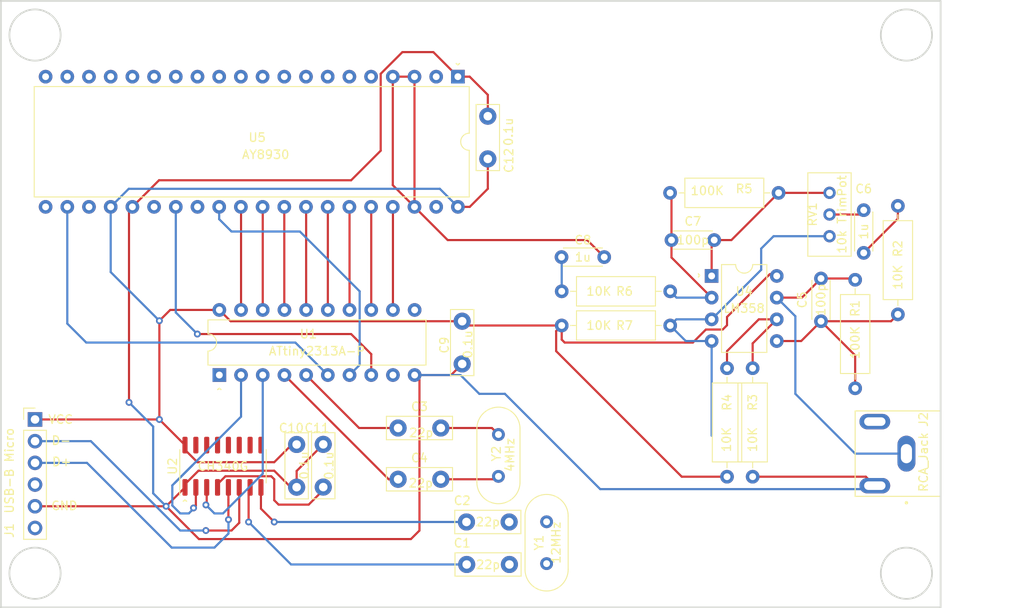
<source format=kicad_pcb>
(kicad_pcb (version 20211014) (generator pcbnew)
  (layers (0 "F.Cu" signal) (31 "B.Cu" signal) (34 "B.Paste" user) (35 "F.Paste" user) (36 "B.SilkS" user "B.Silkscreen") (37 "F.SilkS" user "F.Silkscreen") (38 "B.Mask" user) (39 "F.Mask" user) (44 "Edge.Cuts" user))
  (net 0 "")
  (net 1 "Net-(C1-Pad1)")
  (net 2 "Net-(C1-Pad2)")
  (net 3 "Net-(C2-Pad1)")
  (net 4 "Net-(C2-Pad2)")
  (net 5 "Net-(C3-Pad1)")
  (net 6 "Net-(C3-Pad2)")
  (net 7 "Net-(C4-Pad1)")
  (net 8 "Net-(C4-Pad2)")
  (net 9 "Net-(C5-Pad1)")
  (net 10 "Net-(C5-Pad2)")
  (net 11 "Net-(C6-Pad1)")
  (net 12 "Net-(C6-Pad2)")
  (net 13 "Net-(C7-Pad1)")
  (net 14 "Net-(C7-Pad2)")
  (net 15 "Net-(C8-Pad1)")
  (net 16 "Net-(C8-Pad2)")
  (net 17 "VCC")
  (net 18 "GND")
  (net 19 "Net-(C11-Pad1)")
  (net 20 "Net-(J1-Pad2)")
  (net 21 "Net-(J1-Pad3)")
  (net 23 "Net-(R3-Pad1)")
  (net 25 "/RX")
  (net 26 "/TX")
  (net 27 "/CLK")
  (net 28 "/ChSel")
  (net 31 "/D0")
  (net 32 "/D1")
  (net 33 "/D2")
  (net 34 "/D3")
  (net 35 "/D4")
  (net 36 "/D5")
  (net 37 "/D6")
  (net 38 "/D7")
  (net 70 "Net-(U1-Pad8)")
  (footprint "Resistor_THT:R_Axial_DIN0309_L9.0mm_D3.2mm_P12.70mm_Horizontal" (layer "F.Cu") (at 139.35 117 180)
    (fp_text reference "R7" (at 5.35 0) (layer "F.SilkS"))
    (fp_text value "10K" (at 8.35 0) (layer "F.SilkS"))
    (pad "1" thru_hole circle (at 0 0 180) (size 1.6 1.6) (drill 0.8) (layers *.Cu *.Mask) (net 18 "GND"))
    (pad "2" thru_hole oval (at 12.7 0 180) (size 1.6 1.6) (drill 0.8) (layers *.Cu *.Mask) (net 17 "VCC"))
  )
  (footprint "Capacitor_THT:C_Disc_D7.5mm_W2.5mm_P5.00mm" (layer "F.Cu") (at 98.738175 135.914494 90)
    (fp_text reference "C11" (at 6.914494 -0.738175 180) (layer "F.SilkS"))
    (fp_text value "0.1u" (at 2.507975 0.679209 90) (layer "F.SilkS"))
    (pad "1" thru_hole circle (at 0 0 90) (size 2 2) (drill 1) (layers *.Cu *.Mask) (net 19 "Net-(C11-Pad1)"))
    (pad "2" thru_hole circle (at 5 0 90) (size 2 2) (drill 1) (layers *.Cu *.Mask) (net 18 "GND"))
  )
  (footprint "Capacitor_THT:C_Disc_D7.5mm_W2.5mm_P5.00mm" (layer "F.Cu") (at 115.5 140)
    (fp_text reference "C2" (at -0.5 -2.5) (layer "F.SilkS"))
    (fp_text value "22p" (at 2.5 0) (layer "F.SilkS"))
    (pad "1" thru_hole circle (at 0 0) (size 2 2) (drill 1) (layers *.Cu *.Mask) (net 3 "Net-(C2-Pad1)"))
    (pad "2" thru_hole circle (at 5 0) (size 2 2) (drill 1) (layers *.Cu *.Mask) (net 4 "Net-(C2-Pad2)"))
  )
  (footprint "Crystal:Crystal_HC18-U_Vertical" (layer "F.Cu") (at 124.881247 139.975817 -90)
    (fp_text reference "Y1" (at 2.45 0.881247 90) (layer "F.SilkS"))
    (fp_text value "12MHz" (at 2.45 -1.118753 90) (layer "F.SilkS"))
    (pad "1" thru_hole circle (at 0 0 270) (size 1.5 1.5) (drill 0.8) (layers *.Cu *.Mask) (net 4 "Net-(C2-Pad2)"))
    (pad "2" thru_hole circle (at 4.9 0 270) (size 1.5 1.5) (drill 0.8) (layers *.Cu *.Mask) (net 2 "Net-(C1-Pad2)"))
  )
  (footprint "Resistor_THT:R_Axial_DIN0309_L9.0mm_D3.2mm_P12.70mm_Horizontal" (layer "F.Cu") (at 166 103 -90)
    (fp_text reference "R2" (at 5 0 90) (layer "F.SilkS"))
    (fp_text value "10K" (at 8.35 0 90) (layer "F.SilkS"))
    (pad "1" thru_hole circle (at 0 0 270) (size 1.6 1.6) (drill 0.8) (layers *.Cu *.Mask) (net 11 "Net-(C6-Pad1)"))
    (pad "2" thru_hole oval (at 12.7 0 270) (size 1.6 1.6) (drill 0.8) (layers *.Cu *.Mask) (net 9 "Net-(C5-Pad1)"))
  )
  (footprint "Resistor_THT:R_Axial_DIN0309_L9.0mm_D3.2mm_P12.70mm_Horizontal" (layer "F.Cu") (at 146 122 -90)
    (fp_text reference "R4" (at 4 0 90) (layer "F.SilkS"))
    (fp_text value "10K" (at 8.35 0.05 90) (layer "F.SilkS"))
    (pad "1" thru_hole circle (at 0 0 270) (size 1.6 1.6) (drill 0.8) (layers *.Cu *.Mask) (net 23 "Net-(R3-Pad1)"))
    (pad "2" thru_hole oval (at 12.7 0 270) (size 1.6 1.6) (drill 0.8) (layers *.Cu *.Mask) (net 17 "VCC"))
  )
  (footprint "Capacitor_THT:C_Disc_D7.5mm_W2.5mm_P5.00mm" (layer "F.Cu") (at 95.623186 130.927054 -90)
    (fp_text reference "C10" (at -1.927054 0.623186 180) (layer "F.SilkS"))
    (fp_text value "0.1u" (at 2.454469 -0.896912 90) (layer "F.SilkS"))
    (pad "1" thru_hole circle (at 0 0 270) (size 2 2) (drill 1) (layers *.Cu *.Mask) (net 17 "VCC"))
    (pad "2" thru_hole circle (at 5 0 270) (size 2 2) (drill 1) (layers *.Cu *.Mask) (net 18 "GND"))
  )
  (footprint "Capacitor_THT:C_Disc_D7.5mm_W2.5mm_P5.00mm" (layer "F.Cu") (at 115 116.5 -90)
    (fp_text reference "C9" (at 2.79995 2.087143 90) (layer "F.SilkS"))
    (fp_text value "0.1u" (at 2.715167 -0.668303 90) (layer "F.SilkS"))
    (pad "1" thru_hole circle (at 0 0 270) (size 2 2) (drill 1) (layers *.Cu *.Mask) (net 17 "VCC"))
    (pad "2" thru_hole circle (at 5 0 270) (size 2 2) (drill 1) (layers *.Cu *.Mask) (net 18 "GND"))
  )
  (footprint "Package_SO:SOIC-16_3.9x9.9mm_P1.27mm" (layer "F.Cu") (at 87 133.475 90)
    (fp_text reference "U2" (at 0 -5.9 90) (layer "F.SilkS"))
    (fp_text value "CH340G" (at 0 0 180) (layer "F.SilkS"))
    (pad "1" smd roundrect (at -2.475 -4.445 90) (size 1.95 0.6) (layers "F.Cu" "F.Paste" "F.Mask") (net 18 "GND"))
    (pad "2" smd roundrect (at -2.475 -3.175 90) (size 1.95 0.6) (layers "F.Cu" "F.Paste" "F.Mask") (net 25 "/RX"))
    (pad "3" smd roundrect (at -2.475 -1.905 90) (size 1.95 0.6) (layers "F.Cu" "F.Paste" "F.Mask") (net 26 "/TX"))
    (pad "4" smd roundrect (at -2.475 -0.635 90) (size 1.95 0.6) (layers "F.Cu" "F.Paste" "F.Mask") (net 19 "Net-(C11-Pad1)"))
    (pad "5" smd roundrect (at -2.475 0.635 90) (size 1.95 0.6) (layers "F.Cu" "F.Paste" "F.Mask") (net 21 "Net-(J1-Pad3)"))
    (pad "6" smd roundrect (at -2.475 1.905 90) (size 1.95 0.6) (layers "F.Cu" "F.Paste" "F.Mask") (net 20 "Net-(J1-Pad2)"))
    (pad "7" smd roundrect (at -2.475 3.175 90) (size 1.95 0.6) (layers "F.Cu" "F.Paste" "F.Mask") (net 1 "Net-(C1-Pad1)"))
    (pad "8" smd roundrect (at -2.475 4.445 90) (size 1.95 0.6) (layers "F.Cu" "F.Paste" "F.Mask") (net 3 "Net-(C2-Pad1)"))
    (pad "9" smd roundrect (at 2.475 4.445 90) (size 1.95 0.6) (layers "F.Cu" "F.Paste" "F.Mask"))
    (pad "10" smd roundrect (at 2.475 3.175 90) (size 1.95 0.6) (layers "F.Cu" "F.Paste" "F.Mask"))
    (pad "11" smd roundrect (at 2.475 1.905 90) (size 1.95 0.6) (layers "F.Cu" "F.Paste" "F.Mask"))
    (pad "12" smd roundrect (at 2.475 0.635 90) (size 1.95 0.6) (layers "F.Cu" "F.Paste" "F.Mask"))
    (pad "13" smd roundrect (at 2.475 -0.635 90) (size 1.95 0.6) (layers "F.Cu" "F.Paste" "F.Mask"))
    (pad "14" smd roundrect (at 2.475 -1.905 90) (size 1.95 0.6) (layers "F.Cu" "F.Paste" "F.Mask"))
    (pad "15" smd roundrect (at 2.475 -3.175 90) (size 1.95 0.6) (layers "F.Cu" "F.Paste" "F.Mask"))
    (pad "16" smd roundrect (at 2.475 -4.445 90) (size 1.95 0.6) (layers "F.Cu" "F.Paste" "F.Mask") (net 17 "VCC"))
  )
  (footprint "Capacitor_THT:C_Disc_D7.5mm_W2.5mm_P5.00mm" (layer "F.Cu") (at 118 97.5 90)
    (fp_text reference "C12" (at -0.184684 2.468501 90) (layer "F.SilkS"))
    (fp_text value "0.1u" (at 3.164244 2.426109 90) (layer "F.SilkS"))
    (pad "1" thru_hole circle (at 0 0 90) (size 2 2) (drill 1) (layers *.Cu *.Mask) (net 17 "VCC"))
    (pad "2" thru_hole circle (at 5 0 90) (size 2 2) (drill 1) (layers *.Cu *.Mask) (net 18 "GND"))
  )
  (footprint "Capacitor_THT:C_Disc_D7.5mm_W2.5mm_P5.00mm" (layer "F.Cu") (at 107.5 135)
    (fp_text reference "C4" (at 2.5 -2.5) (layer "F.SilkS"))
    (fp_text value "22p" (at 2.65741 0.451105) (layer "F.SilkS"))
    (pad "1" thru_hole circle (at 0 0) (size 2 2) (drill 1) (layers *.Cu *.Mask) (net 7 "Net-(C4-Pad1)"))
    (pad "2" thru_hole circle (at 5 0) (size 2 2) (drill 1) (layers *.Cu *.Mask) (net 8 "Net-(C4-Pad2)"))
  )
  (footprint "Capacitor_THT:C_Disc_D7.5mm_W2.5mm_P5.00mm" (layer "F.Cu") (at 107.5 129)
    (fp_text reference "C3" (at 2.5 -2.5) (layer "F.SilkS"))
    (fp_text value "22p" (at 2.699802 0.558689) (layer "F.SilkS"))
    (pad "1" thru_hole circle (at 0 0) (size 2 2) (drill 1) (layers *.Cu *.Mask) (net 5 "Net-(C3-Pad1)"))
    (pad "2" thru_hole circle (at 5 0) (size 2 2) (drill 1) (layers *.Cu *.Mask) (net 6 "Net-(C3-Pad2)"))
  )
  (footprint "Capacitor_THT:C_Disc_D4.3mm_W1.9mm_P5.00mm" (layer "F.Cu") (at 131.627174 108.992399 180)
    (fp_text reference "C8" (at 2.5 1.992399) (layer "F.SilkS"))
    (fp_text value "1u" (at 2.5 -0.007601) (layer "F.SilkS"))
    (pad "1" thru_hole circle (at 0 0 180) (size 1.6 1.6) (drill 0.8) (layers *.Cu *.Mask) (net 15 "Net-(C8-Pad1)"))
    (pad "2" thru_hole circle (at 5 0 180) (size 1.6 1.6) (drill 0.8) (layers *.Cu *.Mask) (net 16 "Net-(C8-Pad2)"))
  )
  (footprint "rca:SWITCHCRAFT_PJRAN1X1U04X" (layer "F.Cu") (at 167 132 90)
    (fp_text reference "J2" (at 4 2 90) (layer "F.SilkS"))
    (fp_text value "RCA_Jack" (at -1 2 90) (layer "F.SilkS"))
    (pad "1" thru_hole oval (at 0 0 90) (size 4.2 2.1) (drill oval 2.25 1.3) (layers *.Cu *.Mask) (net 10 "Net-(C5-Pad2)"))
    (pad "2" thru_hole oval (at -3.75 -3.7 90) (size 1.8 3.6) (drill oval 1 2.5) (layers *.Cu *.Mask) (net 18 "GND"))
    (pad "3" thru_hole oval (at 3.75 -3.7 90) (size 1.8 3.6) (drill oval 1 2.5) (layers *.Cu *.Mask))
  )
  (footprint "Package_DIP:DIP-8_W7.62mm" (layer "F.Cu") (at 144.2 111.2)
    (fp_text reference "U4" (at 3.81 1.8) (layer "F.SilkS"))
    (fp_text value "LM358" (at 3.8 3.8) (layer "F.SilkS"))
    (pad "1" thru_hole rect (at 0 0) (size 1.6 1.6) (drill 0.8) (layers *.Cu *.Mask) (net 14 "Net-(C7-Pad2)"))
    (pad "2" thru_hole oval (at 0 2.54) (size 1.6 1.6) (drill 0.8) (layers *.Cu *.Mask) (net 13 "Net-(C7-Pad1)"))
    (pad "3" thru_hole oval (at 0 5.08) (size 1.6 1.6) (drill 0.8) (layers *.Cu *.Mask) (net 18 "GND"))
    (pad "4" thru_hole oval (at 0 7.62) (size 1.6 1.6) (drill 0.8) (layers *.Cu *.Mask) (net 18 "GND"))
    (pad "5" thru_hole oval (at 7.62 7.62) (size 1.6 1.6) (drill 0.8) (layers *.Cu *.Mask) (net 9 "Net-(C5-Pad1)"))
    (pad "6" thru_hole oval (at 7.62 5.08) (size 1.6 1.6) (drill 0.8) (layers *.Cu *.Mask) (net 23 "Net-(R3-Pad1)"))
    (pad "7" thru_hole oval (at 7.62 2.54) (size 1.6 1.6) (drill 0.8) (layers *.Cu *.Mask) (net 10 "Net-(C5-Pad2)"))
    (pad "8" thru_hole oval (at 7.62 0) (size 1.6 1.6) (drill 0.8) (layers *.Cu *.Mask) (net 17 "VCC"))
  )
  (footprint "Capacitor_THT:C_Disc_D4.3mm_W1.9mm_P5.00mm" (layer "F.Cu") (at 162 108.5 90)
    (fp_text reference "C6" (at 7.5 0 180) (layer "F.SilkS"))
    (fp_text value "1u" (at 2.5 0 90) (layer "F.SilkS"))
    (pad "1" thru_hole circle (at 0 0 90) (size 1.6 1.6) (drill 0.8) (layers *.Cu *.Mask) (net 11 "Net-(C6-Pad1)"))
    (pad "2" thru_hole circle (at 5 0 90) (size 1.6 1.6) (drill 0.8) (layers *.Cu *.Mask) (net 12 "Net-(C6-Pad2)"))
  )
  (footprint "Capacitor_THT:C_Disc_D7.5mm_W2.5mm_P5.00mm" (layer "F.Cu") (at 115.528261 144.973934)
    (fp_text reference "C1" (at -0.528261 -2.5) (layer "F.SilkS"))
    (fp_text value "22p" (at 2.5 0.026066) (layer "F.SilkS"))
    (pad "1" thru_hole circle (at 0 0) (size 2 2) (drill 1) (layers *.Cu *.Mask) (net 1 "Net-(C1-Pad1)"))
    (pad "2" thru_hole circle (at 5 0) (size 2 2) (drill 1) (layers *.Cu *.Mask) (net 2 "Net-(C1-Pad2)"))
  )
  (footprint "Capacitor_THT:C_Disc_D4.3mm_W1.9mm_P5.00mm" (layer "F.Cu") (at 139.5 107)
    (fp_text reference "C7" (at 2.5 -2.2) (layer "F.SilkS"))
    (fp_text value "100p" (at 2.5 0) (layer "F.SilkS"))
    (pad "1" thru_hole circle (at 0 0) (size 1.6 1.6) (drill 0.8) (layers *.Cu *.Mask) (net 13 "Net-(C7-Pad1)"))
    (pad "2" thru_hole circle (at 5 0) (size 1.6 1.6) (drill 0.8) (layers *.Cu *.Mask) (net 14 "Net-(C7-Pad2)"))
  )
  (footprint "Package_DIP:DIP-40_W15.24mm" (layer "F.Cu") (at 114.497161 87.873315 -90)
    (fp_text reference "U5" (at 7.126685 23.497161 180) (layer "F.SilkS"))
    (fp_text value "AY8930" (at 9.126685 22.497161 180) (layer "F.SilkS"))
    (pad "1" thru_hole rect (at 0 0 270) (size 1.6 1.6) (drill 0.8) (layers *.Cu *.Mask) (net 18 "GND"))
    (pad "2" thru_hole oval (at 0 2.54 270) (size 1.6 1.6) (drill 0.8) (layers *.Cu *.Mask))
    (pad "3" thru_hole oval (at 0 5.08 270) (size 1.6 1.6) (drill 0.8) (layers *.Cu *.Mask) (net 15 "Net-(C8-Pad1)"))
    (pad "4" thru_hole oval (at 0 7.62 270) (size 1.6 1.6) (drill 0.8) (layers *.Cu *.Mask) (net 15 "Net-(C8-Pad1)"))
    (pad "5" thru_hole oval (at 0 10.16 270) (size 1.6 1.6) (drill 0.8) (layers *.Cu *.Mask))
    (pad "6" thru_hole oval (at 0 12.7 270) (size 1.6 1.6) (drill 0.8) (layers *.Cu *.Mask))
    (pad "7" thru_hole oval (at 0 15.24 270) (size 1.6 1.6) (drill 0.8) (layers *.Cu *.Mask))
    (pad "8" thru_hole oval (at 0 17.78 270) (size 1.6 1.6) (drill 0.8) (layers *.Cu *.Mask))
    (pad "9" thru_hole oval (at 0 20.32 270) (size 1.6 1.6) (drill 0.8) (layers *.Cu *.Mask))
    (pad "10" thru_hole oval (at 0 22.86 270) (size 1.6 1.6) (drill 0.8) (layers *.Cu *.Mask))
    (pad "11" thru_hole oval (at 0 25.4 270) (size 1.6 1.6) (drill 0.8) (layers *.Cu *.Mask))
    (pad "12" thru_hole oval (at 0 27.94 270) (size 1.6 1.6) (drill 0.8) (layers *.Cu *.Mask))
    (pad "13" thru_hole oval (at 0 30.48 270) (size 1.6 1.6) (drill 0.8) (layers *.Cu *.Mask))
    (pad "14" thru_hole oval (at 0 33.02 270) (size 1.6 1.6) (drill 0.8) (layers *.Cu *.Mask))
    (pad "15" thru_hole oval (at 0 35.56 270) (size 1.6 1.6) (drill 0.8) (layers *.Cu *.Mask))
    (pad "16" thru_hole oval (at 0 38.1 270) (size 1.6 1.6) (drill 0.8) (layers *.Cu *.Mask))
    (pad "17" thru_hole oval (at 0 40.64 270) (size 1.6 1.6) (drill 0.8) (layers *.Cu *.Mask))
    (pad "18" thru_hole oval (at 0 43.18 270) (size 1.6 1.6) (drill 0.8) (layers *.Cu *.Mask))
    (pad "19" thru_hole oval (at 0 45.72 270) (size 1.6 1.6) (drill 0.8) (layers *.Cu *.Mask))
    (pad "20" thru_hole oval (at 0 48.26 270) (size 1.6 1.6) (drill 0.8) (layers *.Cu *.Mask))
    (pad "21" thru_hole oval (at 15.24 48.26 270) (size 1.6 1.6) (drill 0.8) (layers *.Cu *.Mask))
    (pad "22" thru_hole oval (at 15.24 45.72 270) (size 1.6 1.6) (drill 0.8) (layers *.Cu *.Mask) (net 27 "/CLK"))
    (pad "23" thru_hole oval (at 15.24 43.18 270) (size 1.6 1.6) (drill 0.8) (layers *.Cu *.Mask))
    (pad "24" thru_hole oval (at 15.24 40.64 270) (size 1.6 1.6) (drill 0.8) (layers *.Cu *.Mask) (net 17 "VCC"))
    (pad "25" thru_hole oval (at 15.24 38.1 270) (size 1.6 1.6) (drill 0.8) (layers *.Cu *.Mask) (net 18 "GND"))
    (pad "26" thru_hole oval (at 15.24 35.56 270) (size 1.6 1.6) (drill 0.8) (layers *.Cu *.Mask))
    (pad "27" thru_hole oval (at 15.24 33.02 270) (size 1.6 1.6) (drill 0.8) (layers *.Cu *.Mask) (net 70 "Net-(U1-Pad8)"))
    (pad "28" thru_hole oval (at 15.24 30.48 270) (size 1.6 1.6) (drill 0.8) (layers *.Cu *.Mask))
    (pad "29" thru_hole oval (at 15.24 27.94 270) (size 1.6 1.6) (drill 0.8) (layers *.Cu *.Mask) (net 28 "/ChSel"))
    (pad "30" thru_hole oval (at 15.24 25.4 270) (size 1.6 1.6) (drill 0.8) (layers *.Cu *.Mask) (net 38 "/D7"))
    (pad "31" thru_hole oval (at 15.24 22.86 270) (size 1.6 1.6) (drill 0.8) (layers *.Cu *.Mask) (net 37 "/D6"))
    (pad "32" thru_hole oval (at 15.24 20.32 270) (size 1.6 1.6) (drill 0.8) (layers *.Cu *.Mask) (net 36 "/D5"))
    (pad "33" thru_hole oval (at 15.24 17.78 270) (size 1.6 1.6) (drill 0.8) (layers *.Cu *.Mask) (net 35 "/D4"))
    (pad "34" thru_hole oval (at 15.24 15.24 270) (size 1.6 1.6) (drill 0.8) (layers *.Cu *.Mask) (net 34 "/D3"))
    (pad "35" thru_hole oval (at 15.24 12.7 270) (size 1.6 1.6) (drill 0.8) (layers *.Cu *.Mask) (net 33 "/D2"))
    (pad "36" thru_hole oval (at 15.24 10.16 270) (size 1.6 1.6) (drill 0.8) (layers *.Cu *.Mask) (net 32 "/D1"))
    (pad "37" thru_hole oval (at 15.24 7.62 270) (size 1.6 1.6) (drill 0.8) (layers *.Cu *.Mask) (net 31 "/D0"))
    (pad "38" thru_hole oval (at 15.24 5.08 270) (size 1.6 1.6) (drill 0.8) (layers *.Cu *.Mask) (net 15 "Net-(C8-Pad1)"))
    (pad "39" thru_hole oval (at 15.24 2.54 270) (size 1.6 1.6) (drill 0.8) (layers *.Cu *.Mask))
    (pad "40" thru_hole oval (at 15.24 0 270) (size 1.6 1.6) (drill 0.8) (layers *.Cu *.Mask) (net 17 "VCC"))
  )
  (footprint "Package_DIP:DIP-20_W7.62mm" (layer "F.Cu") (at 86.575 122.8 90)
    (fp_text reference "U1" (at 4.8 10.425 180) (layer "F.SilkS"))
    (fp_text value "ATtiny2313A-P" (at 2.8 11.425 180) (layer "F.SilkS"))
    (pad "1" thru_hole rect (at 0 0 90) (size 1.6 1.6) (drill 0.8) (layers *.Cu *.Mask))
    (pad "2" thru_hole oval (at 0 2.54 90) (size 1.6 1.6) (drill 0.8) (layers *.Cu *.Mask) (net 25 "/RX"))
    (pad "3" thru_hole oval (at 0 5.08 90) (size 1.6 1.6) (drill 0.8) (layers *.Cu *.Mask) (net 26 "/TX"))
    (pad "4" thru_hole oval (at 0 7.62 90) (size 1.6 1.6) (drill 0.8) (layers *.Cu *.Mask) (net 7 "Net-(C4-Pad1)"))
    (pad "5" thru_hole oval (at 0 10.16 90) (size 1.6 1.6) (drill 0.8) (layers *.Cu *.Mask) (net 5 "Net-(C3-Pad1)"))
    (pad "6" thru_hole oval (at 0 12.7 90) (size 1.6 1.6) (drill 0.8) (layers *.Cu *.Mask) (net 27 "/CLK"))
    (pad "7" thru_hole oval (at 0 15.24 90) (size 1.6 1.6) (drill 0.8) (layers *.Cu *.Mask) (net 28 "/ChSel"))
    (pad "8" thru_hole oval (at 0 17.78 90) (size 1.6 1.6) (drill 0.8) (layers *.Cu *.Mask) (net 70 "Net-(U1-Pad8)"))
    (pad "9" thru_hole oval (at 0 20.32 90) (size 1.6 1.6) (drill 0.8) (layers *.Cu *.Mask))
    (pad "10" thru_hole oval (at 0 22.86 90) (size 1.6 1.6) (drill 0.8) (layers *.Cu *.Mask) (net 18 "GND"))
    (pad "11" thru_hole oval (at 7.62 22.86 90) (size 1.6 1.6) (drill 0.8) (layers *.Cu *.Mask))
    (pad "12" thru_hole oval (at 7.62 20.32 90) (size 1.6 1.6) (drill 0.8) (layers *.Cu *.Mask) (net 31 "/D0"))
    (pad "13" thru_hole oval (at 7.62 17.78 90) (size 1.6 1.6) (drill 0.8) (layers *.Cu *.Mask) (net 32 "/D1"))
    (pad "14" thru_hole oval (at 7.62 15.24 90) (size 1.6 1.6) (drill 0.8) (layers *.Cu *.Mask) (net 33 "/D2"))
    (pad "15" thru_hole oval (at 7.62 12.7 90) (size 1.6 1.6) (drill 0.8) (layers *.Cu *.Mask) (net 34 "/D3"))
    (pad "16" thru_hole oval (at 7.62 10.16 90) (size 1.6 1.6) (drill 0.8) (layers *.Cu *.Mask) (net 35 "/D4"))
    (pad "17" thru_hole oval (at 7.62 7.62 90) (size 1.6 1.6) (drill 0.8) (layers *.Cu *.Mask) (net 36 "/D5"))
    (pad "18" thru_hole oval (at 7.62 5.08 90) (size 1.6 1.6) (drill 0.8) (layers *.Cu *.Mask) (net 37 "/D6"))
    (pad "19" thru_hole oval (at 7.62 2.54 90) (size 1.6 1.6) (drill 0.8) (layers *.Cu *.Mask) (net 38 "/D7"))
    (pad "20" thru_hole oval (at 7.62 0 90) (size 1.6 1.6) (drill 0.8) (layers *.Cu *.Mask) (net 17 "VCC"))
  )
  (footprint "Potentiometer_THT:Potentiometer_Bourns_3296W_Vertical" (layer "F.Cu") (at 158 106.55 -90)
    (fp_text reference "RV1" (at -2.55 2 90) (layer "F.SilkS"))
    (fp_text value "10k TrimPot" (at -2.552196 -1.456565 90) (layer "F.SilkS"))
    (pad "1" thru_hole circle (at 0 0 270) (size 1.44 1.44) (drill 0.8) (layers *.Cu *.Mask) (net 18 "GND"))
    (pad "2" thru_hole circle (at -2.54 0 270) (size 1.44 1.44) (drill 0.8) (layers *.Cu *.Mask) (net 12 "Net-(C6-Pad2)"))
    (pad "3" thru_hole circle (at -5.08 0 270) (size 1.44 1.44) (drill 0.8) (layers *.Cu *.Mask) (net 14 "Net-(C7-Pad2)"))
  )
  (footprint "Resistor_THT:R_Axial_DIN0309_L9.0mm_D3.2mm_P12.70mm_Horizontal" (layer "F.Cu") (at 152.034848 101.477116 180)
    (fp_text reference "R5" (at 4.034848 0.477116) (layer "F.SilkS"))
    (fp_text value "100K" (at 8.35 0.25) (layer "F.SilkS"))
    (pad "1" thru_hole circle (at 0 0 180) (size 1.6 1.6) (drill 0.8) (layers *.Cu *.Mask) (net 14 "Net-(C7-Pad2)"))
    (pad "2" thru_hole oval (at 12.7 0 180) (size 1.6 1.6) (drill 0.8) (layers *.Cu *.Mask) (net 13 "Net-(C7-Pad1)"))
  )
  (footprint "Capacitor_THT:C_Disc_D4.3mm_W1.9mm_P5.00mm" (layer "F.Cu") (at 157 116.5 90)
    (fp_text reference "C5" (at 2.5 -2.2 90) (layer "F.SilkS"))
    (fp_text value "100p" (at 2.5 0 90) (layer "F.SilkS"))
    (pad "1" thru_hole circle (at 0 0 90) (size 1.6 1.6) (drill 0.8) (layers *.Cu *.Mask) (net 9 "Net-(C5-Pad1)"))
    (pad "2" thru_hole circle (at 5 0 90) (size 1.6 1.6) (drill 0.8) (layers *.Cu *.Mask) (net 10 "Net-(C5-Pad2)"))
  )
  (footprint "Resistor_THT:R_Axial_DIN0309_L9.0mm_D3.2mm_P12.70mm_Horizontal" (layer "F.Cu") (at 149 122 -90)
    (fp_text reference "R3" (at 4 0 90) (layer "F.SilkS"))
    (fp_text value "10K" (at 8.35 0 90) (layer "F.SilkS"))
    (pad "1" thru_hole circle (at 0 0 270) (size 1.6 1.6) (drill 0.8) (layers *.Cu *.Mask) (net 23 "Net-(R3-Pad1)"))
    (pad "2" thru_hole oval (at 12.7 0 270) (size 1.6 1.6) (drill 0.8) (layers *.Cu *.Mask) (net 18 "GND"))
  )
  (footprint "Resistor_THT:R_Axial_DIN0309_L9.0mm_D3.2mm_P12.70mm_Horizontal" (layer "F.Cu") (at 161 111.65 -90)
    (fp_text reference "R1" (at 3.35 0 90) (layer "F.SilkS"))
    (fp_text value "100K" (at 7.35 0 90) (layer "F.SilkS"))
    (pad "1" thru_hole circle (at 0 0 270) (size 1.6 1.6) (drill 0.8) (layers *.Cu *.Mask) (net 10 "Net-(C5-Pad2)"))
    (pad "2" thru_hole oval (at 12.7 0 270) (size 1.6 1.6) (drill 0.8) (layers *.Cu *.Mask) (net 9 "Net-(C5-Pad1)"))
  )
  (footprint "Connector_PinHeader_2.54mm:PinHeader_1x06_P2.54mm_Vertical" (layer "F.Cu") (at 65 128)
    (fp_text reference "J1" (at -3 13 90) (layer "F.SilkS"))
    (fp_text value "USB-B Micro" (at -3 6 90) (layer "F.SilkS"))
    (pad "1" thru_hole rect (at 0 0) (size 1.7 1.7) (drill 1) (layers *.Cu *.Mask) (net 17 "VCC"))
    (pad "2" thru_hole oval (at 0 2.54) (size 1.7 1.7) (drill 1) (layers *.Cu *.Mask) (net 20 "Net-(J1-Pad2)"))
    (pad "3" thru_hole oval (at 0 5.08) (size 1.7 1.7) (drill 1) (layers *.Cu *.Mask) (net 21 "Net-(J1-Pad3)"))
    (pad "4" thru_hole oval (at 0 7.62) (size 1.7 1.7) (drill 1) (layers *.Cu *.Mask))
    (pad "5" thru_hole oval (at 0 10.16) (size 1.7 1.7) (drill 1) (layers *.Cu *.Mask) (net 18 "GND"))
    (pad "6" thru_hole oval (at 0 12.7) (size 1.7 1.7) (drill 1) (layers *.Cu *.Mask))
  )
  (footprint "Crystal:Crystal_HC18-U_Vertical" (layer "F.Cu") (at 119.243907 134.660219 90)
    (fp_text reference "Y2" (at 2.660219 -0.243907 90) (layer "F.SilkS"))
    (fp_text value "4MHz" (at 2.504249 1.345773 90) (layer "F.SilkS"))
    (pad "1" thru_hole circle (at 0 0 90) (size 1.5 1.5) (drill 0.8) (layers *.Cu *.Mask) (net 8 "Net-(C4-Pad2)"))
    (pad "2" thru_hole circle (at 4.9 0 90) (size 1.5 1.5) (drill 0.8) (layers *.Cu *.Mask) (net 6 "Net-(C3-Pad2)"))
  )
  (footprint "Resistor_THT:R_Axial_DIN0309_L9.0mm_D3.2mm_P12.70mm_Horizontal" (layer "F.Cu") (at 139.35 113 180)
    (fp_text reference "R6" (at 5.35 0) (layer "F.SilkS"))
    (fp_text value "10K" (at 8.35 0) (layer "F.SilkS"))
    (pad "1" thru_hole circle (at 0 0 180) (size 1.6 1.6) (drill 0.8) (layers *.Cu *.Mask) (net 13 "Net-(C7-Pad1)"))
    (pad "2" thru_hole oval (at 12.7 0 180) (size 1.6 1.6) (drill 0.8) (layers *.Cu *.Mask) (net 16 "Net-(C8-Pad2)"))
  )
  (gr_circle (center 167 83) (end 170 83) (layer "Edge.Cuts") (width 0.2) (fill none))
  (gr_circle (center 167 146) (end 170 146) (layer "Edge.Cuts") (width 0.2) (fill none))
  (gr_circle (center 65 83) (end 68 83) (layer "Edge.Cuts") (width 0.2) (fill none))
  (gr_rect (start 61 79) (end 171 150) (layer "Edge.Cuts") (width 0.2) (fill none))
  (gr_circle (center 65 146) (end 68 146) (layer "Edge.Cuts") (width 0.2) (fill none))
  (gr_text "^" (at 82.547824 138.02173) (layer "F.SilkS") (effects (font (size 1 1))))
  (gr_text "^" (at 142.195741 111.141359 270) (layer "F.SilkS") (effects (font (size 1 1))))
  (gr_text "D+" (at 68.126049 132.956538) (layer "F.SilkS") (effects (font (size 1 1))))
  (gr_text "GND" (at 68.43692 138.100038) (layer "F.SilkS") (effects (font (size 1 1))))
  (gr_text "^" (at 86.57175 124.947758) (layer "F.SilkS") (effects (font (size 1 1))))
  (gr_text "VCC" (at 68 128) (layer "F.SilkS") (effects (font (size 1 1))))
  (gr_text "D-" (at 68.069527 130.469571) (layer "F.SilkS") (effects (font (size 1 1))))
  (gr_text "^" (at 114.493607 85.891071 180) (layer "F.SilkS") (effects (font (size 1 1))))
  (segment (start 90 140) (end 90 136.125) (width 0.25) (layer "F.Cu") (net 1))
  (segment (start 90 136.125) (end 90.175 135.95) (width 0.25) (layer "F.Cu") (net 1))
  (via (at 90 140) (size 0.8) (drill 0.4) (layers "F.Cu" "B.Cu") (net 1))
  (segment (start 94.973934 144.973934) (end 115.528261 144.973934) (width 0.25) (layer "B.Cu") (net 1))
  (segment (start 90 140) (end 94.973934 144.973934) (width 0.25) (layer "B.Cu") (net 1))
  (segment (start 124.852403 144.904661) (end 124.881247 144.875817) (width 0.25) (layer "F.Cu") (net 2))
  (segment (start 93 140) (end 91.445 138.445) (width 0.25) (layer "F.Cu") (net 3))
  (segment (start 91.445 138.445) (end 91.445 135.95) (width 0.25) (layer "F.Cu") (net 3))
  (via (at 93 140) (size 0.8) (drill 0.4) (layers "F.Cu" "B.Cu") (net 3))
  (segment (start 93 140) (end 115.5 140) (width 0.25) (layer "B.Cu") (net 3))
  (segment (start 124.8648 139.992264) (end 124.881247 139.975817) (width 0.25) (layer "F.Cu") (net 4))
  (segment (start 102.935 129) (end 96.735 122.8) (width 0.25) (layer "F.Cu") (net 5))
  (segment (start 107.5 129) (end 102.935 129) (width 0.25) (layer "F.Cu") (net 5))
  (segment (start 118.483688 129) (end 112.5 129) (width 0.25) (layer "F.Cu") (net 6))
  (segment (start 119.243907 129.760219) (end 118.483688 129) (width 0.25) (layer "F.Cu") (net 6))
  (segment (start 107.5 135) (end 106.395 135) (width 0.25) (layer "F.Cu") (net 7))
  (segment (start 106.395 135) (end 94.195 122.8) (width 0.25) (layer "F.Cu") (net 7))
  (segment (start 118.904126 135) (end 119.243907 134.660219) (width 0.25) (layer "F.Cu") (net 8))
  (segment (start 112.5 135) (end 118.904126 135) (width 0.25) (layer "F.Cu") (net 8))
  (segment (start 119.243907 134.660219) (end 119 134.904126) (width 0.25) (layer "F.Cu") (net 8))
  (segment (start 119 134.904126) (end 119 135) (width 0.25) (layer "F.Cu") (net 8))
  (segment (start 154.68 118.82) (end 157 116.5) (width 0.25) (layer "F.Cu") (net 9))
  (segment (start 157 116.5) (end 161 120.5) (width 0.25) (layer "F.Cu") (net 9))
  (segment (start 165.200001 116.499999) (end 166 115.7) (width 0.25) (layer "F.Cu") (net 9))
  (segment (start 161 120.5) (end 161 124.35) (width 0.25) (layer "F.Cu") (net 9))
  (segment (start 151.82 118.82) (end 154.68 118.82) (width 0.25) (layer "F.Cu") (net 9))
  (segment (start 157 116.5) (end 165.200001 116.499999) (width 0.25) (layer "F.Cu") (net 9))
  (segment (start 154.76 113.74) (end 157 111.5) (width 0.25) (layer "F.Cu") (net 10))
  (segment (start 151.82 113.74) (end 154.76 113.74) (width 0.25) (layer "F.Cu") (net 10))
  (segment (start 160.85 111.5) (end 161 111.65) (width 0.25) (layer "F.Cu") (net 10))
  (segment (start 157 111.5) (end 160.85 111.5) (width 0.25) (layer "F.Cu") (net 10))
  (segment (start 154 115.92) (end 151.82 113.74) (width 0.25) (layer "B.Cu") (net 10))
  (segment (start 167 132) (end 161 132) (width 0.25) (layer "B.Cu") (net 10))
  (segment (start 154 125) (end 154 115.92) (width 0.25) (layer "B.Cu") (net 10))
  (segment (start 161 132) (end 154 125) (width 0.25) (layer "B.Cu") (net 10))
  (segment (start 166 104.5) (end 166 103) (width 0.25) (layer "F.Cu") (net 11))
  (segment (start 162 108.5) (end 166 104.5) (width 0.25) (layer "F.Cu") (net 11))
  (segment (start 158 104.01) (end 161.49 104.01) (width 0.25) (layer "F.Cu") (net 12))
  (segment (start 161.49 104.01) (end 162 103.5) (width 0.25) (layer "F.Cu") (net 12))
  (segment (start 139.5 109.04) (end 139.5 107) (width 0.25) (layer "F.Cu") (net 13))
  (segment (start 139.5 107) (end 139.5 101.642268) (width 0.25) (layer "F.Cu") (net 13))
  (segment (start 139.5 101.642268) (end 139.334848 101.477116) (width 0.25) (layer "F.Cu") (net 13))
  (segment (start 144.2 113.74) (end 139.5 109.04) (width 0.25) (layer "F.Cu") (net 13))
  (segment (start 140.09 113.74) (end 139.35 113) (width 0.25) (layer "B.Cu") (net 13))
  (segment (start 144.2 113.74) (end 140.09 113.74) (width 0.25) (layer "B.Cu") (net 13))
  (segment (start 144.5 107) (end 146.511964 107) (width 0.25) (layer "F.Cu") (net 14))
  (segment (start 146.511964 107) (end 152.034848 101.477116) (width 0.25) (layer "F.Cu") (net 14))
  (segment (start 144.2 111.2) (end 144.2 107.3) (width 0.25) (layer "F.Cu") (net 14))
  (segment (start 152.034848 101.477116) (end 157.992884 101.477116) (width 0.25) (layer "F.Cu") (net 14))
  (segment (start 157.992884 101.477116) (end 158 101.47) (width 0.25) (layer "F.Cu") (net 14))
  (segment (start 144.2 107.3) (end 144.5 107) (width 0.25) (layer "F.Cu") (net 14))
  (segment (start 106.877161 87.873315) (end 109.417161 87.873315) (width 0.25) (layer "F.Cu") (net 15))
  (segment (start 106.877161 100.573315) (end 109.417161 103.113315) (width 0.25) (layer "F.Cu") (net 15))
  (segment (start 129.634775 107) (end 131.627174 108.992399) (width 0.25) (layer "F.Cu") (net 15))
  (segment (start 113.303846 107) (end 129.634775 107) (width 0.25) (layer "F.Cu") (net 15))
  (segment (start 109.417161 103.113315) (end 113.303846 107) (width 0.25) (layer "F.Cu") (net 15))
  (segment (start 106.877161 87.873315) (end 106.877161 100.573315) (width 0.25) (layer "F.Cu") (net 15))
  (segment (start 109.417161 103.113315) (end 109.417161 87.873315) (width 0.25) (layer "F.Cu") (net 15))
  (segment (start 126.65 113) (end 126.65 109.015225) (width 0.25) (layer "B.Cu") (net 16))
  (segment (start 126.65 109.015225) (end 126.627174 108.992399) (width 0.25) (layer "B.Cu") (net 16))
  (segment (start 86.575 115.18) (end 87.895 116.5) (width 0.25) (layer "F.Cu") (net 17))
  (segment (start 118 101) (end 118 97.5) (width 0.25) (layer "F.Cu") (net 17))
  (segment (start 151.62 111) (end 151.82 111.2) (width 0.25) (layer "F.Cu") (net 17))
  (segment (start 126.65 118.65) (end 126.65 117) (width 0.25) (layer "F.Cu") (net 17))
  (segment (start 65 128) (end 79.555 128) (width 0.25) (layer "F.Cu") (net 17))
  (segment (start 146 116.967403) (end 146 116) (width 0.25) (layer "F.Cu") (net 17))
  (segment (start 79.555 116.445) (end 79.445 116.445) (width 0.25) (layer "F.Cu") (net 17))
  (segment (start 143.528289 117.471711) (end 145.495692 117.471711) (width 0.25) (layer "F.Cu") (net 17))
  (segment (start 143.528289 117.471711) (end 142 119) (width 0.25) (layer "F.Cu") (net 17))
  (segment (start 126 120) (end 126 117.65) (width 0.25) (layer "F.Cu") (net 17))
  (segment (start 146 134.7) (end 140.7 134.7) (width 0.25) (layer "F.Cu") (net 17))
  (segment (start 140.7 134.7) (end 126 120) (width 0.25) (layer "F.Cu") (net 17))
  (segment (start 145.495692 117.471711) (end 146 116.967403) (width 0.25) (layer "F.Cu") (net 17))
  (segment (start 79.555 128) (end 79.555 116.445) (width 0.25) (layer "F.Cu") (net 17))
  (segment (start 126 117.65) (end 126.65 117) (width 0.25) (layer "F.Cu") (net 17))
  (segment (start 146 116) (end 151 111) (width 0.25) (layer "F.Cu") (net 17))
  (segment (start 115.886685 103.113315) (end 118 101) (width 0.25) (layer "F.Cu") (net 17))
  (segment (start 82.555 131) (end 82.555 131.555) (width 0.25) (layer "F.Cu") (net 17))
  (segment (start 80.82 115.18) (end 86.575 115.18) (width 0.25) (layer "F.Cu") (net 17))
  (segment (start 115.5 117) (end 115 116.5) (width 0.25) (layer "F.Cu") (net 17))
  (segment (start 82.555 131.555) (end 84 133) (width 0.25) (layer "F.Cu") (net 17))
  (segment (start 79.555 116.445) (end 80.82 115.18) (width 0.25) (layer "F.Cu") (net 17))
  (segment (start 126.65 117) (end 115.5 117) (width 0.25) (layer "F.Cu") (net 17))
  (segment (start 151 111) (end 151.62 111) (width 0.25) (layer "F.Cu") (net 17))
  (segment (start 93 133) (end 95 131) (width 0.25) (layer "F.Cu") (net 17))
  (segment (start 114.497161 103.113315) (end 115.886685 103.113315) (width 0.25) (layer "F.Cu") (net 17))
  (segment (start 82.555 131) (end 79.555 128) (width 0.25) (layer "F.Cu") (net 17))
  (segment (start 87.895 116.5) (end 115 116.5) (width 0.25) (layer "F.Cu") (net 17))
  (segment (start 84 133) (end 93 133) (width 0.25) (layer "F.Cu") (net 17))
  (segment (start 142 119) (end 127 119) (width 0.25) (layer "F.Cu") (net 17))
  (segment (start 127 119) (end 126.65 118.65) (width 0.25) (layer "F.Cu") (net 17))
  (via (at 79.555 116.445) (size 0.8) (drill 0.4) (layers "F.Cu" "B.Cu") (net 17))
  (via (at 79.555 128) (size 0.8) (drill 0.4) (layers "F.Cu" "B.Cu") (net 17))
  (segment (start 73.857161 110.747161) (end 73.857161 103.113315) (width 0.25) (layer "B.Cu") (net 17))
  (segment (start 75.970476 101) (end 112.383846 101) (width 0.25) (layer "B.Cu") (net 17))
  (segment (start 112.383846 101) (end 114.497161 103.113315) (width 0.25) (layer "B.Cu") (net 17))
  (segment (start 79.555 116.445) (end 73.857161 110.747161) (width 0.25) (layer "B.Cu") (net 17))
  (segment (start 73.857161 103.113315) (end 75.970476 101) (width 0.25) (layer "B.Cu") (net 17))
  (segment (start 79.510476 100) (end 102 100) (width 0.25) (layer "F.Cu") (net 18))
  (segment (start 118 90) (end 118 92.5) (width 0.25) (layer "F.Cu") (net 18))
  (segment (start 115.873315 87.873315) (end 118 90) (width 0.25) (layer "F.Cu") (net 18))
  (segment (start 82.555 135.95) (end 82.555 135.573249) (width 0.25) (layer "F.Cu") (net 18))
  (segment (start 80.345 138.16) (end 84.185 142) (width 0.25) (layer "F.Cu") (net 18))
  (segment (start 149 134.7) (end 162.25 134.7) (width 0.25) (layer "F.Cu") (net 18))
  (segment (start 108 85) (end 111.623846 85) (width 0.25) (layer "F.Cu") (net 18))
  (segment (start 76 103.510476) (end 76.397161 103.113315) (width 0.25) (layer "F.Cu") (net 18))
  (segment (start 82.555 135.573249) (end 84.128249 134) (width 0.25) (layer "F.Cu") (net 18))
  (segment (start 76.397161 103.113315) (end 79.510476 100) (width 0.25) (layer "F.Cu") (net 18))
  (segment (start 162.25 134.7) (end 163.3 135.75) (width 0.25) (layer "F.Cu") (net 18))
  (segment (start 110 141) (end 110 123.365) (width 0.25) (layer "F.Cu") (net 18))
  (segment (start 109 142) (end 110 141) (width 0.25) (layer "F.Cu") (net 18))
  (segment (start 114.497161 87.873315) (end 115.873315 87.873315) (width 0.25) (layer "F.Cu") (net 18))
  (segment (start 84.185 142) (end 109 142) (width 0.25) (layer "F.Cu") (net 18))
  (segment (start 102 100) (end 105.462161 96.537839) (width 0.25) (layer "F.Cu") (net 18))
  (segment (start 111.623846 85) (end 114.497161 87.873315) (width 0.25) (layer "F.Cu") (net 18))
  (segment (start 76 126) (end 76 103.510476) (width 0.25) (layer "F.Cu") (net 18))
  (segment (start 80.345 138.16) (end 65 138.16) (width 0.25) (layer "F.Cu") (net 18))
  (segment (start 105.462161 87.537839) (end 108 85) (width 0.25) (layer "F.Cu") (net 18))
  (segment (start 95.623186 134.029483) (end 95.623186 135.927054) (width 0.25) (layer "F.Cu") (net 18))
  (segment (start 109.435 122.8) (end 113.7 122.8) (width 0.25) (layer "F.Cu") (net 18))
  (segment (start 98.738175 130.914494) (end 95.623186 134.029483) (width 0.25) (layer "F.Cu") (net 18))
  (segment (start 105.462161 96.537839) (end 105.462161 87.537839) (width 0.25) (layer "F.Cu") (net 18))
  (segment (start 80.345 138.16) (end 82.555 135.95) (width 0.25) (layer "F.Cu") (net 18))
  (segment (start 93 134) (end 95 136) (width 0.25) (layer "F.Cu") (net 18))
  (segment (start 110 123.365) (end 109.435 122.8) (width 0.25) (layer "F.Cu") (net 18))
  (segment (start 84.128249 134) (end 93 134) (width 0.25) (layer "F.Cu") (net 18))
  (segment (start 113.7 122.8) (end 115 121.5) (width 0.25) (layer "F.Cu") (net 18))
  (segment (start 95 136) (end 95.031874 135.968126) (width 0.25) (layer "F.Cu") (net 18))
  (via (at 80.345 138.16) (size 0.8) (drill 0.4) (layers "F.Cu" "B.Cu") (net 18))
  (via (at 76 126) (size 0.8) (drill 0.4) (layers "F.Cu" "B.Cu") (net 18))
  (segment (start 131.153601 136.153601) (end 120 125) (width 0.25) (layer "B.Cu") (net 18))
  (segment (start 114.497161 88.497161) (end 114.497161 87.873315) (width 0.25) (layer "B.Cu") (net 18))
  (segment (start 141.17 118.82) (end 139.35 117) (width 0.25) (layer "B.Cu") (net 18))
  (segment (start 150 110.48) (end 150 108) (width 0.25) (layer "B.Cu") (net 18))
  (segment (start 117 125) (end 114.8 122.8) (width 0.25) (layer "B.Cu") (net 18))
  (segment (start 120 125) (end 117 125) (width 0.25) (layer "B.Cu") (net 18))
  (segment (start 144.2 116.28) (end 150 110.48) (width 0.25) (layer "B.Cu") (net 18))
  (segment (start 140.07 116.28) (end 139.35 117) (width 0.25) (layer "B.Cu") (net 18))
  (segment (start 162.896399 136.153601) (end 131.153601 136.153601) (width 0.25) (layer "B.Cu") (net 18))
  (segment (start 78.83 136.645) (end 78.83 128.83) (width 0.25) (layer "B.Cu") (net 18))
  (segment (start 144.2 116.28) (end 140.07 116.28) (width 0.25) (layer "B.Cu") (net 18))
  (segment (start 151.45 106.55) (end 158 106.55) (width 0.25) (layer "B.Cu") (net 18))
  (segment (start 144.2 118.82) (end 141.17 118.82) (width 0.25) (layer "B.Cu") (net 18))
  (segment (start 144.2 129.9) (end 144.2 118.82) (width 0.25) (layer "B.Cu") (net 18))
  (segment (start 163.3 135.75) (end 162.896399 136.153601) (width 0.25) (layer "B.Cu") (net 18))
  (segment (start 114.8 122.8) (end 109.435 122.8) (width 0.25) (layer "B.Cu") (net 18))
  (segment (start 80.345 138.16) (end 78.83 136.645) (width 0.25) (layer "B.Cu") (net 18))
  (segment (start 150 108) (end 151.45 106.55) (width 0.25) (layer "B.Cu") (net 18))
  (segment (start 78.83 128.83) (end 76 126) (width 0.25) (layer "B.Cu") (net 18))
  (segment (start 98.738175 136.261825) (end 98.738175 135.914494) (width 0.25) (layer "F.Cu") (net 19))
  (segment (start 93 135) (end 93 137.45622) (width 0.25) (layer "F.Cu") (net 19))
  (segment (start 86.365 135.95) (end 86.365 135.573249) (width 0.25) (layer "F.Cu") (net 19))
  (segment (start 86.365 135.573249) (end 87.288249 134.65) (width 0.25) (layer "F.Cu") (net 19))
  (segment (start 97.029844 137.970156) (end 98.738175 136.261825) (width 0.25) (layer "F.Cu") (net 19))
  (segment (start 93 137.45622) (end 93.513936 137.970156) (width 0.25) (layer "F.Cu") (net 19))
  (segment (start 87.288249 134.65) (end 92.65 134.65) (width 0.25) (layer "F.Cu") (net 19))
  (segment (start 93.513936 137.970156) (end 97.029844 137.970156) (width 0.25) (layer "F.Cu") (net 19))
  (segment (start 92.65 134.65) (end 93 135) (width 0.25) (layer "F.Cu") (net 19))
  (segment (start 88 141) (end 85 141) (width 0.25) (layer "F.Cu") (net 20))
  (segment (start 88.905 140.095) (end 88 141) (width 0.25) (layer "F.Cu") (net 20))
  (segment (start 88.905 135.95) (end 88.905 140.095) (width 0.25) (layer "F.Cu") (net 20))
  (via (at 85 141) (size 0.8) (drill 0.4) (layers "F.Cu" "B.Cu") (net 20))
  (segment (start 71.54 130.54) (end 65 130.54) (width 0.25) (layer "B.Cu") (net 20))
  (segment (start 85 141) (end 82 141) (width 0.25) (layer "B.Cu") (net 20))
  (segment (start 82 141) (end 71.54 130.54) (width 0.25) (layer "B.Cu") (net 20))
  (segment (start 87.635 135.95) (end 87.635 137.365) (width 0.25) (layer "F.Cu") (net 21))
  (segment (start 87.635 139.70917) (end 87.645603 139.719773) (width 0.25) (layer "F.Cu") (net 21))
  (segment (start 87.635 137.365) (end 87.635 139.70917) (width 0.25) (layer "F.Cu") (net 21))
  (via (at 87.645603 139.719773) (size 0.8) (drill 0.4) (layers "F.Cu" "B.Cu") (net 21))
  (segment (start 81 143) (end 71.08 133.08) (width 0.25) (layer "B.Cu") (net 21))
  (segment (start 71.08 133.08) (end 65 133.08) (width 0.25) (layer "B.Cu") (net 21))
  (segment (start 87.645603 139.719773) (end 87.645603 141.354397) (width 0.25) (layer "B.Cu") (net 21))
  (segment (start 86 143) (end 81 143) (width 0.25) (layer "B.Cu") (net 21))
  (segment (start 87.645603 141.354397) (end 86 143) (width 0.25) (layer "B.Cu") (net 21))
  (segment (start 146 122) (end 146 120) (width 0.25) (layer "F.Cu") (net 23))
  (segment (start 149.72 116.28) (end 151.82 116.28) (width 0.25) (layer "F.Cu") (net 23))
  (segment (start 149 119.1) (end 149 122) (width 0.25) (layer "F.Cu") (net 23))
  (segment (start 151.82 116.28) (end 149 119.1) (width 0.25) (layer "F.Cu") (net 23))
  (segment (start 146 120) (end 149.72 116.28) (width 0.25) (layer "F.Cu") (net 23))
  (segment (start 83.825 138.088926) (end 83.555441 138.358485) (width 0.25) (layer "F.Cu") (net 25))
  (segment (start 83.825 135.95) (end 83.825 135.573249) (width 0.25) (layer "F.Cu") (net 25))
  (segment (start 83.825 135.95) (end 83.825 138.088926) (width 0.25) (layer "F.Cu") (net 25))
  (via (at 83.555441 138.358485) (size 0.8) (drill 0.4) (layers "F.Cu" "B.Cu") (net 25))
  (segment (start 81.07 135.716372) (end 83.393186 133.393186) (width 0.25) (layer "B.Cu") (net 25))
  (segment (start 81.339015 135.447357) (end 83.393186 133.393186) (width 0.25) (layer "B.Cu") (net 25))
  (segment (start 83.555441 138.444559) (end 83 139) (width 0.25) (layer "B.Cu") (net 25))
  (segment (start 82 139) (end 81.07 138.07) (width 0.25) (layer "B.Cu") (net 25))
  (segment (start 83 139) (end 82 139) (width 0.25) (layer "B.Cu") (net 25))
  (segment (start 83.555441 138.358485) (end 83.555441 138.444559) (width 0.25) (layer "B.Cu") (net 25))
  (segment (start 83.393186 133.393186) (end 89.115 127.671372) (width 0.25) (layer "B.Cu") (net 25))
  (segment (start 89.115 127.671372) (end 89.115 122.8) (width 0.25) (layer "B.Cu") (net 25))
  (segment (start 81.07 138.07) (end 81.07 135.716372) (width 0.25) (layer "B.Cu") (net 25))
  (segment (start 85.095 137.905) (end 85 138) (width 0.25) (layer "F.Cu") (net 26))
  (segment (start 85.095 135.95) (end 85.095 137.905) (width 0.25) (layer "F.Cu") (net 26))
  (via (at 85 138) (size 0.8) (drill 0.4) (layers "F.Cu" "B.Cu") (net 26))
  (segment (start 87 139) (end 91.655 134.345) (width 0.25) (layer "B.Cu") (net 26))
  (segment (start 86 139) (end 87 139) (width 0.25) (layer "B.Cu") (net 26))
  (segment (start 91.655 134.345) (end 91.655 122.8) (width 0.25) (layer "B.Cu") (net 26))
  (segment (start 85 138) (end 85.016411 138) (width 0.25) (layer "B.Cu") (net 26))
  (segment (start 85 138) (end 86 139) (width 0.25) (layer "B.Cu") (net 26))
  (segment (start 95.475 119) (end 71 119) (width 0.25) (layer "B.Cu") (net 27))
  (segment (start 71 119) (end 68.777161 116.777161) (width 0.25) (layer "B.Cu") (net 27))
  (segment (start 99.275 122.8) (end 95.475 119) (width 0.25) (layer "B.Cu") (net 27))
  (segment (start 68.777161 116.777161) (end 68.777161 103.113315) (width 0.25) (layer "B.Cu") (net 27))
  (segment (start 101.815 122.8) (end 103 121.615) (width 0.25) (layer "B.Cu") (net 28))
  (segment (start 88 106) (end 86.557161 104.557161) (width 0.25) (layer "B.Cu") (net 28))
  (segment (start 103 113) (end 96 106) (width 0.25) (layer "B.Cu") (net 28))
  (segment (start 96 106) (end 88 106) (width 0.25) (layer "B.Cu") (net 28))
  (segment (start 103 121.615) (end 103 113) (width 0.25) (layer "B.Cu") (net 28))
  (segment (start 86.557161 104.557161) (end 86.557161 103.113315) (width 0.25) (layer "B.Cu") (net 28))
  (segment (start 106.895 103.131154) (end 106.877161 103.113315) (width 0.25) (layer "F.Cu") (net 31))
  (segment (start 106.895 115.18) (end 106.895 103.131154) (width 0.25) (layer "F.Cu") (net 31))
  (segment (start 104.355 115.18) (end 104.355 103.131154) (width 0.25) (layer "F.Cu") (net 32))
  (segment (start 104.355 103.131154) (end 104.337161 103.113315) (width 0.25) (layer "F.Cu") (net 32))
  (segment (start 101.815 115.18) (end 101.815 103.131154) (width 0.25) (layer "F.Cu") (net 33))
  (segment (start 101.815 103.131154) (end 101.797161 103.113315) (width 0.25) (layer "F.Cu") (net 33))
  (segment (start 99.275 103.131154) (end 99.257161 103.113315) (width 0.25) (layer "F.Cu") (net 34))
  (segment (start 99.275 115.18) (end 99.275 103.131154) (width 0.25) (layer "F.Cu") (net 34))
  (segment (start 96.735 115.18) (end 96.735 103.131154) (width 0.25) (layer "F.Cu") (net 35))
  (segment (start 96.735 103.131154) (end 96.717161 103.113315) (width 0.25) (layer "F.Cu") (net 35))
  (segment (start 94.177161 115.162161) (end 94.195 115.18) (width 0.25) (layer "F.Cu") (net 36))
  (segment (start 94.177161 103.113315) (end 94.177161 115.162161) (width 0.25) (layer "F.Cu") (net 36))
  (segment (start 91.655 103.131154) (end 91.637161 103.113315) (width 0.25) (layer "F.Cu") (net 37))
  (segment (start 91.655 115.18) (end 91.655 103.131154) (width 0.25) (layer "F.Cu") (net 37))
  (segment (start 89.115 115.18) (end 89.115 103.131154) (width 0.25) (layer "F.Cu") (net 38))
  (segment (start 89.115 103.131154) (end 89.097161 103.113315) (width 0.25) (layer "F.Cu") (net 38))
  (segment (start 102 118) (end 84 118) (width 0.25) (layer "F.Cu") (net 70))
  (segment (start 104.355 122.8) (end 104.355 120.355) (width 0.25) (layer "F.Cu") (net 70))
  (segment (start 104.355 120.355) (end 102 118) (width 0.25) (layer "F.Cu") (net 70))
  (via (at 84 118) (size 0.8) (drill 0.4) (layers "F.Cu" "B.Cu") (net 70))
  (segment (start 84 118) (end 81.477161 115.477161) (width 0.25) (layer "B.Cu") (net 70))
  (segment (start 81.477161 115.477161) (end 81.477161 103.113315) (width 0.25) (layer "B.Cu") (net 70))
)
</source>
